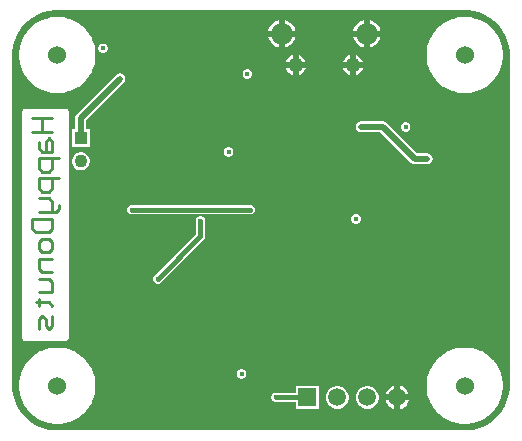
<source format=gbl>
G04*
G04 #@! TF.GenerationSoftware,Altium Limited,Altium Designer,21.9.2 (33)*
G04*
G04 Layer_Physical_Order=4*
G04 Layer_Color=16711680*
%FSLAX25Y25*%
%MOIN*%
G70*
G04*
G04 #@! TF.SameCoordinates,966C8154-A70F-4D01-A40B-C349B40C5DFB*
G04*
G04*
G04 #@! TF.FilePolarity,Positive*
G04*
G01*
G75*
%ADD12C,0.01000*%
%ADD50C,0.01500*%
%ADD51C,0.01968*%
%ADD52C,0.06000*%
%ADD53C,0.07284*%
%ADD54C,0.04921*%
%ADD55R,0.05906X0.05906*%
%ADD56C,0.05906*%
%ADD57C,0.04331*%
%ADD58R,0.04331X0.04331*%
%ADD59C,0.01575*%
G36*
X154497Y140674D02*
X156389Y140167D01*
X158199Y139417D01*
X159896Y138437D01*
X161450Y137245D01*
X162835Y135860D01*
X164028Y134305D01*
X165007Y132609D01*
X165757Y130798D01*
X166264Y128906D01*
X166520Y126964D01*
Y125984D01*
Y15748D01*
Y14769D01*
X166264Y12826D01*
X165757Y10934D01*
X165007Y9124D01*
X164028Y7427D01*
X162835Y5873D01*
X161450Y4487D01*
X159896Y3295D01*
X158199Y2315D01*
X156389Y1565D01*
X154497Y1058D01*
X152554Y803D01*
X14769D01*
X12826Y1058D01*
X10934Y1565D01*
X9124Y2315D01*
X7427Y3295D01*
X5873Y4487D01*
X4487Y5873D01*
X3295Y7427D01*
X2315Y9124D01*
X1565Y10934D01*
X1058Y12826D01*
X803Y14769D01*
Y15748D01*
Y125984D01*
Y126964D01*
X1058Y128906D01*
X1565Y130798D01*
X2315Y132609D01*
X3295Y134305D01*
X4487Y135859D01*
X5873Y137245D01*
X7427Y138437D01*
X9124Y139417D01*
X10934Y140167D01*
X12826Y140674D01*
X14769Y140929D01*
X152554D01*
X154497Y140674D01*
D02*
G37*
%LPC*%
G36*
X152358Y138696D02*
X150796D01*
X150743Y138685D01*
X150689Y138689D01*
X149141Y138485D01*
X149090Y138468D01*
X149036Y138464D01*
X147528Y138060D01*
X147479Y138036D01*
X147426Y138025D01*
X145984Y137428D01*
X145939Y137398D01*
X145888Y137381D01*
X144535Y136600D01*
X144495Y136564D01*
X144447Y136540D01*
X143208Y135590D01*
X143172Y135549D01*
X143127Y135519D01*
X142023Y134415D01*
X141993Y134370D01*
X141953Y134335D01*
X141002Y133095D01*
X140978Y133047D01*
X140942Y133007D01*
X140161Y131654D01*
X140144Y131603D01*
X140114Y131558D01*
X139516Y130115D01*
X139506Y130062D01*
X139482Y130014D01*
X139078Y128505D01*
X139074Y128452D01*
X139057Y128401D01*
X138853Y126852D01*
X138857Y126798D01*
X138846Y126746D01*
Y125965D01*
Y125184D01*
X138857Y125131D01*
X138853Y125077D01*
X139057Y123529D01*
X139074Y123478D01*
X139078Y123424D01*
X139482Y121915D01*
X139506Y121867D01*
X139516Y121814D01*
X140114Y120371D01*
X140144Y120326D01*
X140161Y120275D01*
X140942Y118923D01*
X140978Y118882D01*
X141002Y118834D01*
X141953Y117595D01*
X141993Y117559D01*
X142023Y117515D01*
X143127Y116410D01*
X143172Y116380D01*
X143208Y116340D01*
X144447Y115389D01*
X144495Y115365D01*
X144535Y115330D01*
X145888Y114549D01*
X145939Y114531D01*
X145984Y114502D01*
X147427Y113904D01*
X147480Y113893D01*
X147528Y113870D01*
X149037Y113465D01*
X149090Y113462D01*
X149141Y113444D01*
X150690Y113241D01*
X150744Y113244D01*
X150796Y113233D01*
X152358D01*
X152411Y113244D01*
X152465Y113241D01*
X154013Y113444D01*
X154064Y113462D01*
X154118Y113465D01*
X155627Y113870D01*
X155675Y113893D01*
X155728Y113904D01*
X157171Y114501D01*
X157215Y114531D01*
X157266Y114549D01*
X158619Y115330D01*
X158659Y115365D01*
X158708Y115389D01*
X159947Y116340D01*
X159982Y116380D01*
X160027Y116410D01*
X161132Y117515D01*
X161161Y117559D01*
X161202Y117595D01*
X162153Y118834D01*
X162177Y118882D01*
X162212Y118923D01*
X162993Y120275D01*
X163010Y120326D01*
X163040Y120371D01*
X163638Y121814D01*
X163648Y121867D01*
X163672Y121915D01*
X164076Y123424D01*
X164080Y123478D01*
X164097Y123529D01*
X164301Y125077D01*
X164298Y125131D01*
X164308Y125184D01*
Y125965D01*
Y126746D01*
X164298Y126798D01*
X164301Y126852D01*
X164097Y128401D01*
X164080Y128452D01*
X164076Y128505D01*
X163672Y130014D01*
X163648Y130062D01*
X163638Y130115D01*
X163040Y131558D01*
X163010Y131603D01*
X162993Y131654D01*
X162212Y133007D01*
X162177Y133047D01*
X162153Y133095D01*
X161202Y134334D01*
X161161Y134370D01*
X161132Y134415D01*
X160027Y135519D01*
X159982Y135549D01*
X159947Y135590D01*
X158708Y136540D01*
X158659Y136564D01*
X158619Y136600D01*
X157266Y137381D01*
X157215Y137398D01*
X157170Y137428D01*
X155727Y138025D01*
X155675Y138036D01*
X155626Y138060D01*
X154118Y138464D01*
X154064Y138468D01*
X154013Y138485D01*
X152464Y138689D01*
X152411Y138685D01*
X152358Y138696D01*
D02*
G37*
G36*
X16531D02*
X14969D01*
X14916Y138685D01*
X14863Y138689D01*
X13314Y138485D01*
X13263Y138468D01*
X13209Y138464D01*
X11701Y138060D01*
X11653Y138036D01*
X11600Y138025D01*
X10157Y137428D01*
X10112Y137398D01*
X10061Y137381D01*
X8709Y136600D01*
X8668Y136564D01*
X8620Y136540D01*
X7381Y135590D01*
X7345Y135549D01*
X7300Y135519D01*
X6196Y134415D01*
X6166Y134370D01*
X6126Y134335D01*
X5175Y133095D01*
X5151Y133047D01*
X5116Y133007D01*
X4335Y131654D01*
X4317Y131603D01*
X4287Y131558D01*
X3690Y130115D01*
X3679Y130062D01*
X3655Y130014D01*
X3251Y128505D01*
X3247Y128452D01*
X3230Y128401D01*
X3026Y126852D01*
X3030Y126798D01*
X3019Y126746D01*
Y125965D01*
Y125184D01*
X3030Y125131D01*
X3026Y125077D01*
X3230Y123529D01*
X3247Y123478D01*
X3251Y123424D01*
X3655Y121915D01*
X3679Y121867D01*
X3690Y121814D01*
X4287Y120371D01*
X4317Y120326D01*
X4335Y120275D01*
X5116Y118923D01*
X5151Y118882D01*
X5175Y118834D01*
X6126Y117595D01*
X6166Y117559D01*
X6196Y117515D01*
X7300Y116410D01*
X7345Y116380D01*
X7381Y116340D01*
X8620Y115389D01*
X8668Y115365D01*
X8709Y115330D01*
X10061Y114549D01*
X10112Y114531D01*
X10157Y114502D01*
X11600Y113904D01*
X11653Y113893D01*
X11701Y113870D01*
X13210Y113465D01*
X13264Y113462D01*
X13315Y113444D01*
X14863Y113241D01*
X14917Y113244D01*
X14970Y113233D01*
X16532D01*
X16584Y113244D01*
X16638Y113241D01*
X18187Y113444D01*
X18238Y113462D01*
X18291Y113465D01*
X19800Y113870D01*
X19848Y113893D01*
X19901Y113904D01*
X21344Y114501D01*
X21388Y114531D01*
X21440Y114549D01*
X22792Y115330D01*
X22833Y115365D01*
X22881Y115389D01*
X24120Y116340D01*
X24156Y116380D01*
X24200Y116410D01*
X25305Y117515D01*
X25335Y117559D01*
X25375Y117595D01*
X26326Y118834D01*
X26350Y118882D01*
X26385Y118923D01*
X27166Y120275D01*
X27184Y120326D01*
X27213Y120371D01*
X27811Y121814D01*
X27822Y121867D01*
X27845Y121915D01*
X28250Y123424D01*
X28253Y123478D01*
X28271Y123529D01*
X28474Y125077D01*
X28471Y125131D01*
X28481Y125184D01*
Y125965D01*
Y126746D01*
X28471Y126798D01*
X28474Y126852D01*
X28271Y128401D01*
X28253Y128452D01*
X28250Y128505D01*
X27845Y130014D01*
X27822Y130062D01*
X27811Y130115D01*
X27213Y131558D01*
X27184Y131603D01*
X27166Y131654D01*
X26385Y133007D01*
X26350Y133047D01*
X26326Y133095D01*
X25375Y134334D01*
X25335Y134370D01*
X25305Y134415D01*
X24200Y135519D01*
X24156Y135549D01*
X24120Y135590D01*
X22881Y136540D01*
X22833Y136564D01*
X22792Y136600D01*
X21440Y137381D01*
X21388Y137398D01*
X21344Y137428D01*
X19901Y138025D01*
X19848Y138036D01*
X19800Y138060D01*
X18291Y138464D01*
X18237Y138468D01*
X18186Y138485D01*
X16638Y138689D01*
X16584Y138685D01*
X16531Y138696D01*
D02*
G37*
G36*
X119898Y137608D02*
Y134071D01*
X123435D01*
X123223Y134862D01*
X122612Y135921D01*
X121748Y136785D01*
X120689Y137396D01*
X119898Y137608D01*
D02*
G37*
G36*
X91551D02*
Y134071D01*
X95089D01*
X94877Y134862D01*
X94266Y135921D01*
X93401Y136785D01*
X92343Y137396D01*
X91551Y137608D01*
D02*
G37*
G36*
X89551D02*
X88759Y137396D01*
X87701Y136785D01*
X86837Y135921D01*
X86226Y134862D01*
X86014Y134071D01*
X89551D01*
Y137608D01*
D02*
G37*
G36*
X117898D02*
X117106Y137396D01*
X116048Y136785D01*
X115183Y135921D01*
X114572Y134862D01*
X114360Y134071D01*
X117898D01*
Y137608D01*
D02*
G37*
G36*
X123435Y132071D02*
X119898D01*
Y128533D01*
X120689Y128745D01*
X121748Y129357D01*
X122612Y130221D01*
X123223Y131279D01*
X123435Y132071D01*
D02*
G37*
G36*
X95089D02*
X91551D01*
Y128533D01*
X92343Y128745D01*
X93401Y129357D01*
X94266Y130221D01*
X94877Y131279D01*
X95089Y132071D01*
D02*
G37*
G36*
X89551D02*
X86014D01*
X86226Y131279D01*
X86837Y130221D01*
X87701Y129357D01*
X88759Y128745D01*
X89551Y128533D01*
Y132071D01*
D02*
G37*
G36*
X117898D02*
X114360D01*
X114572Y131279D01*
X115183Y130221D01*
X116048Y129357D01*
X117106Y128745D01*
X117898Y128533D01*
Y132071D01*
D02*
G37*
G36*
X31320Y129737D02*
X30688D01*
X30105Y129495D01*
X29658Y129049D01*
X29416Y128465D01*
Y127834D01*
X29658Y127250D01*
X30105Y126804D01*
X30688Y126562D01*
X31320D01*
X31903Y126804D01*
X32350Y127250D01*
X32591Y127834D01*
Y128465D01*
X32350Y129049D01*
X31903Y129495D01*
X31320Y129737D01*
D02*
G37*
G36*
X96177Y125953D02*
Y123638D01*
X98492D01*
X98402Y123974D01*
X97946Y124763D01*
X97302Y125407D01*
X96513Y125863D01*
X96177Y125953D01*
D02*
G37*
G36*
X115272D02*
Y123638D01*
X117586D01*
X117496Y123974D01*
X117041Y124763D01*
X116396Y125407D01*
X115607Y125863D01*
X115272Y125953D01*
D02*
G37*
G36*
X113272Y125952D02*
X112936Y125863D01*
X112147Y125407D01*
X111503Y124763D01*
X111047Y123974D01*
X110957Y123638D01*
X113272D01*
Y125952D01*
D02*
G37*
G36*
X94177Y125953D02*
X93841Y125863D01*
X93052Y125407D01*
X92408Y124763D01*
X91952Y123974D01*
X91862Y123638D01*
X94177D01*
Y125953D01*
D02*
G37*
G36*
X113272Y121638D02*
X110957D01*
X111047Y121302D01*
X111503Y120513D01*
X112147Y119869D01*
X112936Y119413D01*
X113272Y119323D01*
Y121638D01*
D02*
G37*
G36*
X98492D02*
X96177D01*
Y119323D01*
X96513Y119413D01*
X97302Y119869D01*
X97946Y120513D01*
X98402Y121302D01*
X98492Y121638D01*
D02*
G37*
G36*
X94177D02*
X91862D01*
X91952Y121302D01*
X92408Y120513D01*
X93052Y119869D01*
X93841Y119413D01*
X94177Y119323D01*
Y121638D01*
D02*
G37*
G36*
X117586D02*
X115272D01*
Y119323D01*
X115607Y119413D01*
X116396Y119869D01*
X117041Y120513D01*
X117496Y121302D01*
X117586Y121638D01*
D02*
G37*
G36*
X79450Y121272D02*
X78818D01*
X78235Y121031D01*
X77788Y120584D01*
X77547Y120001D01*
Y119369D01*
X77788Y118786D01*
X78235Y118339D01*
X78818Y118098D01*
X79450D01*
X80033Y118339D01*
X80480Y118786D01*
X80721Y119369D01*
Y120001D01*
X80480Y120584D01*
X80033Y121031D01*
X79450Y121272D01*
D02*
G37*
G36*
X18620Y108099D02*
X5002D01*
X4923Y108083D01*
X4843D01*
X4775Y108070D01*
X4775Y108070D01*
X4775D01*
X4701Y108039D01*
X4690Y108037D01*
X4679Y108030D01*
X4481Y107948D01*
X4346Y107813D01*
X4256Y107723D01*
X4256Y107723D01*
X4256Y107723D01*
X4200Y107587D01*
X4174Y107525D01*
X4168Y107515D01*
X4165Y107503D01*
X4135Y107429D01*
Y107429D01*
X4135Y107429D01*
X4121Y107362D01*
Y107282D01*
X4106Y107203D01*
Y31576D01*
X4121Y31498D01*
Y31417D01*
X4135Y31350D01*
X4135Y31350D01*
Y31350D01*
X4165Y31276D01*
X4168Y31264D01*
X4174Y31254D01*
X4256Y31056D01*
X4391Y30921D01*
X4481Y30831D01*
X4481Y30831D01*
X4482Y30831D01*
X4618Y30775D01*
X4679Y30749D01*
X4690Y30742D01*
X4701Y30740D01*
X4775Y30709D01*
X4775D01*
X4775Y30709D01*
X4843Y30696D01*
X4923D01*
X5002Y30680D01*
X18620D01*
X18699Y30696D01*
X18780D01*
X18847Y30709D01*
X18847Y30709D01*
X18847D01*
X18921Y30740D01*
X18933Y30742D01*
X18943Y30749D01*
X19141Y30831D01*
X19276Y30966D01*
X19366Y31056D01*
X19366Y31056D01*
X19366Y31056D01*
X19422Y31193D01*
X19448Y31254D01*
X19454Y31264D01*
X19457Y31276D01*
X19488Y31350D01*
Y31350D01*
X19488Y31350D01*
X19501Y31417D01*
Y31498D01*
X19516Y31576D01*
Y107203D01*
X19501Y107282D01*
Y107362D01*
X19488Y107429D01*
X19488Y107429D01*
Y107429D01*
X19457Y107503D01*
X19454Y107515D01*
X19448Y107525D01*
X19366Y107723D01*
X19231Y107858D01*
X19141Y107948D01*
X19141Y107948D01*
X19141Y107948D01*
X19004Y108005D01*
X18943Y108030D01*
X18933Y108037D01*
X18921Y108039D01*
X18847Y108070D01*
X18847D01*
X18846Y108070D01*
X18779Y108083D01*
X18699D01*
X18620Y108099D01*
D02*
G37*
G36*
X132205Y103556D02*
X131574D01*
X130991Y103314D01*
X130544Y102868D01*
X130302Y102284D01*
Y101653D01*
X130544Y101069D01*
X130991Y100623D01*
X131574Y100381D01*
X132205D01*
X132789Y100623D01*
X133236Y101069D01*
X133477Y101653D01*
Y102284D01*
X133236Y102868D01*
X132789Y103314D01*
X132205Y103556D01*
D02*
G37*
G36*
X36614Y119930D02*
X35918Y119791D01*
X35328Y119397D01*
X22336Y106404D01*
X21941Y105814D01*
X21803Y105118D01*
X21803Y105118D01*
Y101391D01*
X20657D01*
Y95460D01*
X26587D01*
Y101391D01*
X25441D01*
Y104365D01*
X37901Y116824D01*
X38295Y117414D01*
X38433Y118110D01*
X38295Y118806D01*
X37901Y119397D01*
X37310Y119791D01*
X36614Y119930D01*
D02*
G37*
G36*
X73150Y95288D02*
X72519D01*
X71935Y95047D01*
X71489Y94600D01*
X71247Y94016D01*
Y93385D01*
X71489Y92802D01*
X71935Y92355D01*
X72519Y92113D01*
X73150D01*
X73734Y92355D01*
X74180Y92802D01*
X74422Y93385D01*
Y94016D01*
X74180Y94600D01*
X73734Y95047D01*
X73150Y95288D01*
D02*
G37*
G36*
X124213Y103886D02*
X124213Y103886D01*
X117028D01*
X116331Y103748D01*
X115741Y103353D01*
X115347Y102763D01*
X115208Y102067D01*
X115347Y101371D01*
X115741Y100781D01*
X116331Y100386D01*
X117028Y100248D01*
X123459D01*
X133655Y90052D01*
X133655Y90052D01*
X134245Y89658D01*
X134941Y89519D01*
X134941Y89519D01*
X139075D01*
X139771Y89658D01*
X140361Y90052D01*
X140755Y90642D01*
X140894Y91339D01*
X140755Y92035D01*
X140361Y92625D01*
X139771Y93019D01*
X139075Y93158D01*
X135695D01*
X125499Y103353D01*
X124909Y103748D01*
X124213Y103886D01*
D02*
G37*
G36*
X24012Y93516D02*
X23232D01*
X22478Y93314D01*
X21801Y92924D01*
X21249Y92372D01*
X20859Y91696D01*
X20657Y90942D01*
Y90161D01*
X20859Y89407D01*
X21249Y88730D01*
X21801Y88178D01*
X22478Y87788D01*
X23232Y87586D01*
X24012D01*
X24767Y87788D01*
X25443Y88178D01*
X25995Y88730D01*
X26385Y89407D01*
X26587Y90161D01*
Y90942D01*
X26385Y91696D01*
X25995Y92372D01*
X25443Y92924D01*
X24767Y93314D01*
X24012Y93516D01*
D02*
G37*
G36*
X80335Y75997D02*
X79704D01*
X79687Y75990D01*
X40884D01*
X40867Y75997D01*
X40235D01*
X39652Y75755D01*
X39206Y75309D01*
X38964Y74725D01*
Y74094D01*
X39206Y73510D01*
X39652Y73064D01*
X40235Y72822D01*
X40867D01*
X40884Y72829D01*
X79687D01*
X79704Y72822D01*
X80335D01*
X80919Y73064D01*
X81365Y73510D01*
X81607Y74094D01*
Y74725D01*
X81365Y75309D01*
X80919Y75755D01*
X80335Y75997D01*
D02*
G37*
G36*
X115670Y72847D02*
X115039D01*
X114455Y72606D01*
X114009Y72159D01*
X113767Y71576D01*
Y70944D01*
X114009Y70361D01*
X114455Y69914D01*
X115039Y69672D01*
X115670D01*
X116253Y69914D01*
X116700Y70361D01*
X116942Y70944D01*
Y71576D01*
X116700Y72159D01*
X116253Y72606D01*
X115670Y72847D01*
D02*
G37*
G36*
X63800Y72257D02*
X63169D01*
X62585Y72015D01*
X62138Y71569D01*
X61897Y70985D01*
Y70354D01*
X61904Y70337D01*
Y66206D01*
X48429Y52731D01*
X48412Y52724D01*
X47965Y52277D01*
X47724Y51694D01*
Y51062D01*
X47965Y50479D01*
X48412Y50032D01*
X48995Y49791D01*
X49627D01*
X50210Y50032D01*
X50657Y50479D01*
X50664Y50496D01*
X64602Y64434D01*
X64944Y64946D01*
X65065Y65551D01*
Y70337D01*
X65072Y70354D01*
Y70985D01*
X64830Y71569D01*
X64383Y72015D01*
X63800Y72257D01*
D02*
G37*
G36*
X152358Y28460D02*
X150796D01*
X150743Y28449D01*
X150689Y28453D01*
X149141Y28249D01*
X149090Y28231D01*
X149036Y28228D01*
X147528Y27824D01*
X147479Y27800D01*
X147426Y27789D01*
X145984Y27192D01*
X145939Y27162D01*
X145888Y27145D01*
X144535Y26364D01*
X144495Y26328D01*
X144447Y26304D01*
X143208Y25353D01*
X143172Y25313D01*
X143127Y25283D01*
X142023Y24179D01*
X141993Y24134D01*
X141953Y24098D01*
X141002Y22859D01*
X140978Y22811D01*
X140942Y22771D01*
X140161Y21418D01*
X140144Y21367D01*
X140114Y21322D01*
X139516Y19879D01*
X139506Y19826D01*
X139482Y19778D01*
X139078Y18269D01*
X139074Y18215D01*
X139057Y18165D01*
X138853Y16616D01*
X138857Y16562D01*
X138846Y16510D01*
Y15729D01*
Y14947D01*
X138857Y14895D01*
X138853Y14841D01*
X139057Y13293D01*
X139074Y13241D01*
X139078Y13188D01*
X139482Y11679D01*
X139506Y11631D01*
X139516Y11578D01*
X140114Y10135D01*
X140144Y10090D01*
X140161Y10039D01*
X140942Y8687D01*
X140978Y8646D01*
X141002Y8598D01*
X141953Y7359D01*
X141993Y7323D01*
X142023Y7278D01*
X143127Y6174D01*
X143172Y6144D01*
X143208Y6104D01*
X144447Y5153D01*
X144495Y5129D01*
X144535Y5093D01*
X145888Y4312D01*
X145939Y4295D01*
X145984Y4265D01*
X147427Y3667D01*
X147480Y3657D01*
X147528Y3633D01*
X149037Y3229D01*
X149090Y3225D01*
X149141Y3208D01*
X150690Y3004D01*
X150744Y3008D01*
X150796Y2997D01*
X152358D01*
X152411Y3008D01*
X152465Y3004D01*
X154013Y3208D01*
X154064Y3225D01*
X154118Y3229D01*
X155627Y3633D01*
X155675Y3657D01*
X155728Y3667D01*
X157170Y4265D01*
X157215Y4295D01*
X157266Y4312D01*
X158619Y5093D01*
X158659Y5129D01*
X158708Y5153D01*
X159947Y6103D01*
X159982Y6144D01*
X160027Y6174D01*
X161132Y7278D01*
X161161Y7323D01*
X161202Y7359D01*
X162153Y8598D01*
X162177Y8646D01*
X162212Y8686D01*
X162993Y10039D01*
X163010Y10090D01*
X163040Y10135D01*
X163638Y11578D01*
X163648Y11631D01*
X163672Y11679D01*
X164076Y13188D01*
X164080Y13241D01*
X164097Y13292D01*
X164301Y14841D01*
X164298Y14895D01*
X164308Y14947D01*
Y15728D01*
Y16509D01*
X164298Y16562D01*
X164301Y16616D01*
X164097Y18164D01*
X164080Y18215D01*
X164076Y18269D01*
X163672Y19778D01*
X163648Y19826D01*
X163638Y19879D01*
X163040Y21322D01*
X163010Y21367D01*
X162993Y21418D01*
X162212Y22770D01*
X162177Y22811D01*
X162153Y22859D01*
X161202Y24098D01*
X161161Y24134D01*
X161132Y24178D01*
X160027Y25283D01*
X159982Y25313D01*
X159947Y25353D01*
X158708Y26304D01*
X158659Y26328D01*
X158619Y26363D01*
X157266Y27144D01*
X157215Y27162D01*
X157170Y27192D01*
X155727Y27789D01*
X155675Y27800D01*
X155626Y27824D01*
X154118Y28228D01*
X154064Y28231D01*
X154013Y28249D01*
X152464Y28453D01*
X152411Y28449D01*
X152358Y28460D01*
D02*
G37*
G36*
X16531D02*
X14969D01*
X14916Y28449D01*
X14863Y28453D01*
X13314Y28249D01*
X13263Y28231D01*
X13209Y28228D01*
X11701Y27824D01*
X11653Y27800D01*
X11600Y27789D01*
X10157Y27192D01*
X10112Y27162D01*
X10061Y27145D01*
X8709Y26364D01*
X8668Y26328D01*
X8620Y26304D01*
X7381Y25353D01*
X7345Y25313D01*
X7300Y25283D01*
X6196Y24179D01*
X6166Y24134D01*
X6126Y24098D01*
X5175Y22859D01*
X5151Y22811D01*
X5116Y22771D01*
X4335Y21418D01*
X4317Y21367D01*
X4287Y21322D01*
X3690Y19879D01*
X3679Y19826D01*
X3655Y19778D01*
X3251Y18269D01*
X3247Y18215D01*
X3230Y18165D01*
X3026Y16616D01*
X3030Y16562D01*
X3019Y16510D01*
Y15729D01*
Y14947D01*
X3030Y14895D01*
X3026Y14841D01*
X3230Y13293D01*
X3247Y13241D01*
X3251Y13188D01*
X3655Y11679D01*
X3679Y11631D01*
X3690Y11578D01*
X4287Y10135D01*
X4317Y10090D01*
X4335Y10039D01*
X5116Y8687D01*
X5151Y8646D01*
X5175Y8598D01*
X6126Y7359D01*
X6166Y7323D01*
X6196Y7278D01*
X7300Y6174D01*
X7345Y6144D01*
X7381Y6104D01*
X8620Y5153D01*
X8668Y5129D01*
X8709Y5093D01*
X10061Y4312D01*
X10112Y4295D01*
X10157Y4265D01*
X11600Y3667D01*
X11653Y3657D01*
X11701Y3633D01*
X13210Y3229D01*
X13264Y3225D01*
X13315Y3208D01*
X14863Y3004D01*
X14917Y3008D01*
X14970Y2997D01*
X16532D01*
X16584Y3008D01*
X16638Y3004D01*
X18187Y3208D01*
X18238Y3225D01*
X18291Y3229D01*
X19800Y3633D01*
X19848Y3657D01*
X19901Y3667D01*
X21344Y4265D01*
X21388Y4295D01*
X21440Y4312D01*
X22792Y5093D01*
X22833Y5129D01*
X22881Y5153D01*
X24120Y6103D01*
X24156Y6144D01*
X24200Y6174D01*
X25305Y7278D01*
X25335Y7323D01*
X25375Y7359D01*
X26326Y8598D01*
X26350Y8646D01*
X26385Y8686D01*
X27166Y10039D01*
X27184Y10090D01*
X27213Y10135D01*
X27811Y11578D01*
X27822Y11631D01*
X27845Y11679D01*
X28250Y13188D01*
X28253Y13241D01*
X28271Y13292D01*
X28474Y14841D01*
X28471Y14895D01*
X28481Y14947D01*
Y15728D01*
Y16509D01*
X28471Y16562D01*
X28474Y16616D01*
X28271Y18164D01*
X28253Y18215D01*
X28250Y18269D01*
X27845Y19778D01*
X27822Y19826D01*
X27811Y19879D01*
X27213Y21322D01*
X27184Y21367D01*
X27166Y21418D01*
X26385Y22770D01*
X26350Y22811D01*
X26326Y22859D01*
X25375Y24098D01*
X25335Y24134D01*
X25305Y24178D01*
X24200Y25283D01*
X24156Y25313D01*
X24120Y25353D01*
X22881Y26304D01*
X22833Y26328D01*
X22792Y26363D01*
X21440Y27144D01*
X21388Y27162D01*
X21344Y27192D01*
X19901Y27789D01*
X19848Y27800D01*
X19800Y27824D01*
X18291Y28228D01*
X18237Y28231D01*
X18186Y28249D01*
X16638Y28453D01*
X16584Y28449D01*
X16531Y28460D01*
D02*
G37*
G36*
X77481Y21272D02*
X76850D01*
X76266Y21031D01*
X75820Y20584D01*
X75578Y20001D01*
Y19369D01*
X75820Y18786D01*
X76266Y18339D01*
X76850Y18098D01*
X77481D01*
X78065Y18339D01*
X78511Y18786D01*
X78753Y19369D01*
Y20001D01*
X78511Y20584D01*
X78065Y21031D01*
X77481Y21272D01*
D02*
G37*
G36*
X102847Y15564D02*
X95342D01*
Y13391D01*
X88915D01*
X88898Y13398D01*
X88267D01*
X87683Y13157D01*
X87237Y12710D01*
X86995Y12127D01*
Y11495D01*
X87237Y10912D01*
X87683Y10465D01*
X88267Y10224D01*
X88898D01*
X88915Y10231D01*
X95342D01*
Y8058D01*
X102847D01*
Y15564D01*
D02*
G37*
G36*
X130095Y15635D02*
Y12811D01*
X132919D01*
X132778Y13337D01*
X132257Y14238D01*
X131521Y14974D01*
X130620Y15494D01*
X130095Y15635D01*
D02*
G37*
G36*
X128094D02*
X127569Y15494D01*
X126667Y14974D01*
X125932Y14238D01*
X125411Y13337D01*
X125270Y12811D01*
X128094D01*
Y15635D01*
D02*
G37*
G36*
X119589Y15564D02*
X118600D01*
X117646Y15308D01*
X116790Y14814D01*
X116092Y14115D01*
X115597Y13260D01*
X115342Y12305D01*
Y11317D01*
X115597Y10362D01*
X116092Y9507D01*
X116790Y8808D01*
X117646Y8314D01*
X118600Y8058D01*
X119589D01*
X120543Y8314D01*
X121399Y8808D01*
X122097Y9507D01*
X122591Y10362D01*
X122847Y11317D01*
Y12305D01*
X122591Y13260D01*
X122097Y14115D01*
X121399Y14814D01*
X120543Y15308D01*
X119589Y15564D01*
D02*
G37*
G36*
X109589D02*
X108600D01*
X107646Y15308D01*
X106790Y14814D01*
X106091Y14115D01*
X105597Y13260D01*
X105342Y12305D01*
Y11317D01*
X105597Y10362D01*
X106091Y9507D01*
X106790Y8808D01*
X107646Y8314D01*
X108600Y8058D01*
X109589D01*
X110543Y8314D01*
X111399Y8808D01*
X112097Y9507D01*
X112592Y10362D01*
X112847Y11317D01*
Y12305D01*
X112592Y13260D01*
X112097Y14115D01*
X111399Y14814D01*
X110543Y15308D01*
X109589Y15564D01*
D02*
G37*
G36*
X132919Y10811D02*
X130095D01*
Y7987D01*
X130620Y8128D01*
X131521Y8648D01*
X132257Y9384D01*
X132778Y10285D01*
X132919Y10811D01*
D02*
G37*
G36*
X128094D02*
X125270D01*
X125411Y10285D01*
X125932Y9384D01*
X126667Y8648D01*
X127569Y8128D01*
X128094Y7987D01*
Y10811D01*
D02*
G37*
%LPD*%
D12*
X7402Y104905D02*
X14093D01*
X10747D01*
Y100445D01*
X7402D01*
X14093D01*
X9632Y97100D02*
Y94869D01*
X10747Y93754D01*
X14093D01*
Y97100D01*
X12977Y98215D01*
X11862Y97100D01*
Y93754D01*
X16323Y91524D02*
X9632D01*
Y88179D01*
X10747Y87063D01*
X12977D01*
X14093Y88179D01*
Y91524D01*
X16323Y84833D02*
X9632D01*
Y81488D01*
X10747Y80373D01*
X12977D01*
X14093Y81488D01*
Y84833D01*
X9632Y78142D02*
X12977D01*
X14093Y77027D01*
Y73682D01*
X15208D01*
X16323Y74797D01*
Y75912D01*
X14093Y73682D02*
X9632D01*
X7402Y71452D02*
X14093D01*
Y68106D01*
X12977Y66991D01*
X8517D01*
X7402Y68106D01*
Y71452D01*
X14093Y63646D02*
Y61416D01*
X12977Y60300D01*
X10747D01*
X9632Y61416D01*
Y63646D01*
X10747Y64761D01*
X12977D01*
X14093Y63646D01*
Y58070D02*
X9632D01*
Y54725D01*
X10747Y53610D01*
X14093D01*
X9632Y51380D02*
X12977D01*
X14093Y50264D01*
Y46919D01*
X9632D01*
X8517Y43574D02*
X9632D01*
Y44689D01*
Y42459D01*
Y43574D01*
X12977D01*
X14093Y42459D01*
Y39113D02*
Y35768D01*
X12977Y34653D01*
X11862Y35768D01*
Y37998D01*
X10747Y39113D01*
X9632Y37998D01*
Y34653D01*
D50*
X40551Y74410D02*
X80020D01*
X63484Y65551D02*
Y70669D01*
X49311Y51378D02*
X63484Y65551D01*
X88583Y11811D02*
X99094D01*
X99094Y11811D01*
D51*
X23622Y98425D02*
Y105118D01*
X36614Y118110D01*
X124213Y102067D02*
X134941Y91339D01*
X139075D01*
X117028Y102067D02*
X124213D01*
D52*
X151575Y15748D02*
D03*
Y125984D02*
D03*
X15748Y125984D02*
D03*
Y15748D02*
D03*
D53*
X118898Y133071D02*
D03*
X90551D02*
D03*
D54*
X95177Y122638D02*
D03*
X114272D02*
D03*
D55*
X99094Y11811D02*
D03*
D56*
X109095D02*
D03*
X119095D02*
D03*
X129095D02*
D03*
D57*
X23622Y90551D02*
D03*
D58*
Y98425D02*
D03*
D59*
X56693Y19685D02*
D03*
X79134Y119685D02*
D03*
X158465Y73819D02*
D03*
X21260Y37008D02*
D03*
X21654Y68898D02*
D03*
X40551Y74410D02*
D03*
X80020D02*
D03*
X36614Y118110D02*
D03*
X24705Y113779D02*
D03*
X79134Y112205D02*
D03*
X31004Y128150D02*
D03*
X39764Y19291D02*
D03*
X124016Y82677D02*
D03*
X114173D02*
D03*
X108661Y46063D02*
D03*
X128347Y55118D02*
D03*
X77165Y19685D02*
D03*
X72835Y93701D02*
D03*
X101181Y97244D02*
D03*
X79134D02*
D03*
X63484Y70669D02*
D03*
X128347Y63779D02*
D03*
X115354Y71260D02*
D03*
X88583Y11811D02*
D03*
X150787Y55512D02*
D03*
X141732D02*
D03*
X49311Y51378D02*
D03*
X139370Y80315D02*
D03*
X131890Y101969D02*
D03*
X139075Y91339D02*
D03*
X117028Y102067D02*
D03*
M02*

</source>
